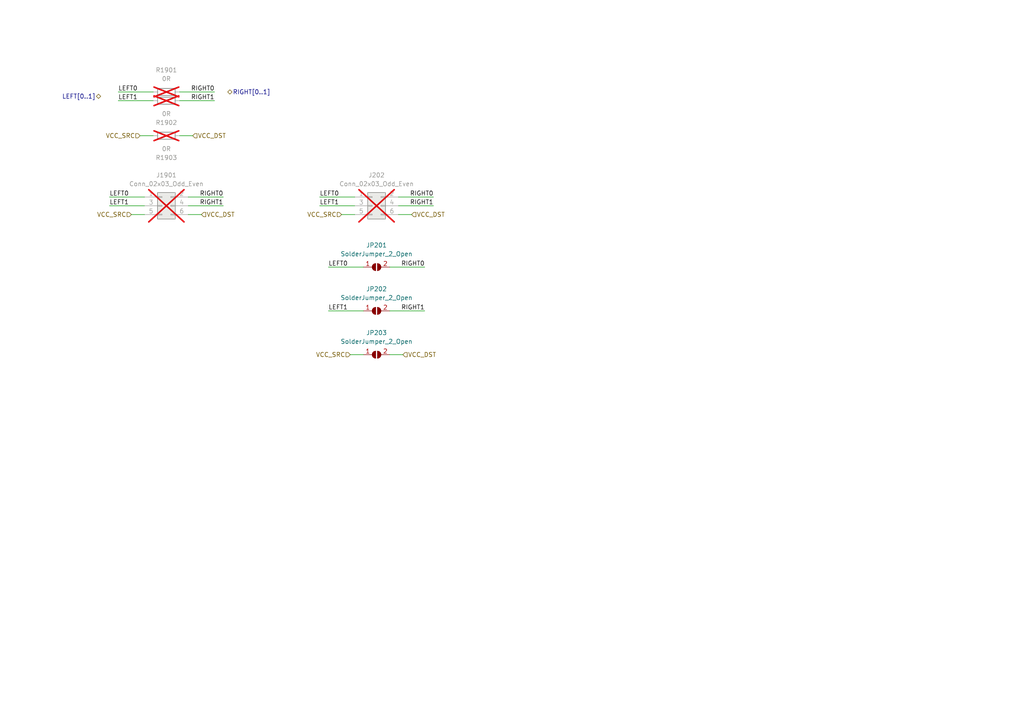
<source format=kicad_sch>
(kicad_sch (version 20231120) (generator "eeschema") (generator_version "8.0")
  (paper "A4")
  (lib_symbols
    (symbol "Connector_Generic:Conn_02x03_Odd_Even" (pin_names (offset 1.016) hide)
      (property "Reference" "J" (at 1.27 5.08 0))
      (property "Value" "Conn_02x03_Odd_Even" (at 1.27 -5.08 0))
      (symbol "Conn_02x03_Odd_Even_1_1"
        (rectangle (start -1.27 -2.413) (end 0 -2.667) (stroke (width 0.1524)))
        (rectangle (start -1.27 0.127) (end 0 -0.127) (stroke (width 0.1524)))
        (rectangle (start -1.27 2.667) (end 0 2.413) (stroke (width 0.1524)))
        (rectangle (start -1.27 3.81) (end 3.81 -3.81) (stroke (width 0.254)) (fill (type background)))
        (rectangle (start 3.81 -2.413) (end 2.54 -2.667) (stroke (width 0.1524)))
        (rectangle (start 3.81 0.127) (end 2.54 -0.127) (stroke (width 0.1524)))
        (rectangle (start 3.81 2.667) (end 2.54 2.413) (stroke (width 0.1524)))
        (pin passive line (at -5.08 2.54 0) (length 3.81) (name "Pin_1") (number "1"))
        (pin passive line (at 7.62 2.54 180) (length 3.81) (name "Pin_2") (number "2"))
        (pin passive line (at -5.08 0 0) (length 3.81) (name "Pin_3") (number "3"))
        (pin passive line (at 7.62 0 180) (length 3.81) (name "Pin_4") (number "4"))
        (pin passive line (at -5.08 -2.54 0) (length 3.81) (name "Pin_5") (number "5"))
        (pin passive line (at 7.62 -2.54 180) (length 3.81) (name "Pin_6") (number "6"))
      )
    )
    (symbol "Device:R" (pin_numbers hide) (pin_names (offset 0))
      (property "Reference" "R" (at 2.032 0 90))
      (property "Value" "R" (at 0 0 90))
      (symbol "R_0_1"
        (rectangle (start -1.016 -2.54) (end 1.016 2.54) (stroke (width 0.254)))
      )
      (symbol "R_1_1"
        (pin passive line (at 0 3.81 270) (length 1.27) (name "~") (number "1"))
        (pin passive line (at 0 -3.81 90) (length 1.27) (name "~") (number "2"))
      )
    )
    (symbol "Jumper:SolderJumper_2_Open" (pin_names (offset 0) hide)
      (property "Reference" "JP" (at 0 2.032 0))
      (property "Value" "SolderJumper_2_Open" (at 0 -2.54 0))
      (symbol "SolderJumper_2_Open_0_1"
        (arc (start -0.254 1.016) (mid -1.2656 0) (end -0.254 -1.016))
        (arc (start -0.254 1.016) (mid -1.2656 0) (end -0.254 -1.016) (fill (type outline)))
        (polyline (pts (xy -0.254 1.016) (xy -0.254 -1.016)))
        (polyline (pts (xy 0.254 1.016) (xy 0.254 -1.016)))
        (arc (start 0.254 -1.016) (mid 1.2656 0) (end 0.254 1.016))
        (arc (start 0.254 -1.016) (mid 1.2656 0) (end 0.254 1.016) (fill (type outline)))
      )
      (symbol "SolderJumper_2_Open_1_1"
        (pin passive line (at -3.81 0 0) (length 2.54) (name "A") (number "1"))
        (pin passive line (at 3.81 0 180) (length 2.54) (name "B") (number "2"))
      )
    )
  )
  (wire (pts (xy 123.19 77.47) (xy 113.03 77.47)))
  (wire (pts (xy 123.19 90.17) (xy 113.03 90.17)))
  (wire (pts (xy 31.75 57.15) (xy 41.91 57.15)))
  (wire (pts (xy 62.23 29.21) (xy 52.07 29.21)))
  (wire (pts (xy 64.77 59.69) (xy 54.61 59.69)))
  (wire (pts (xy 40.64 39.37) (xy 44.45 39.37)))
  (wire (pts (xy 125.73 57.15) (xy 115.57 57.15)))
  (wire (pts (xy 99.06 62.23) (xy 102.87 62.23)))
  (wire (pts (xy 101.6 102.87) (xy 105.41 102.87)))
  (wire (pts (xy 34.29 29.21) (xy 44.45 29.21)))
  (wire (pts (xy 119.38 62.23) (xy 115.57 62.23)))
  (wire (pts (xy 34.29 26.67) (xy 44.45 26.67)))
  (wire (pts (xy 38.1 62.23) (xy 41.91 62.23)))
  (wire (pts (xy 125.73 59.69) (xy 115.57 59.69)))
  (wire (pts (xy 116.84 102.87) (xy 113.03 102.87)))
  (wire (pts (xy 92.71 59.69) (xy 102.87 59.69)))
  (wire (pts (xy 55.88 39.37) (xy 52.07 39.37)))
  (wire (pts (xy 92.71 57.15) (xy 102.87 57.15)))
  (wire (pts (xy 95.25 77.47) (xy 105.41 77.47)))
  (wire (pts (xy 64.77 57.15) (xy 54.61 57.15)))
  (wire (pts (xy 95.25 90.17) (xy 105.41 90.17)))
  (wire (pts (xy 58.42 62.23) (xy 54.61 62.23)))
  (wire (pts (xy 31.75 59.69) (xy 41.91 59.69)))
  (wire (pts (xy 62.23 26.67) (xy 52.07 26.67)))
  (label "RIGHT1" (at 62.23 29.21 180))
  (label "LEFT0" (at 31.75 57.15 0))
  (label "RIGHT1" (at 125.73 59.69 180))
  (label "RIGHT0" (at 62.23 26.67 180))
  (label "LEFT0" (at 34.29 26.67 0))
  (label "LEFT0" (at 95.25 77.47 0))
  (label "LEFT0" (at 92.71 57.15 0))
  (label "LEFT1" (at 34.29 29.21 0))
  (label "RIGHT0" (at 123.19 77.47 180))
  (label "RIGHT1" (at 64.77 59.69 180))
  (label "RIGHT0" (at 125.73 57.15 180))
  (label "LEFT1" (at 92.71 59.69 0))
  (label "RIGHT1" (at 123.19 90.17 180))
  (label "LEFT1" (at 31.75 59.69 0))
  (label "LEFT1" (at 95.25 90.17 0))
  (label "RIGHT0" (at 64.77 57.15 180))
  (hierarchical_label "LEFT[0..1]" (shape bidirectional) (at 29.21 27.94 180))
  (hierarchical_label "VCC_SRC" (shape input) (at 101.6 102.87 180))
  (hierarchical_label "VCC_DST" (shape input) (at 58.42 62.23 0))
  (hierarchical_label "RIGHT[0..1]" (shape bidirectional) (at 66.04 26.67 0))
  (hierarchical_label "VCC_DST" (shape input) (at 119.38 62.23 0))
  (hierarchical_label "VCC_DST" (shape input) (at 116.84 102.87 0))
  (hierarchical_label "VCC_DST" (shape input) (at 55.88 39.37 0))
  (hierarchical_label "VCC_SRC" (shape input) (at 99.06 62.23 180))
  (hierarchical_label "VCC_SRC" (shape input) (at 38.1 62.23 180))
  (hierarchical_label "VCC_SRC" (shape input) (at 40.64 39.37 180))
  (symbol (lib_id "Device:R") (at 48.26 29.21 90) (mirror x) (unit 1) (exclude_from_sim yes) (in_bom no) (on_board no) (dnp yes)
    (property "Reference" "R1902" (at 48.26 35.56 90))
    (property "Value" "0R" (at 48.26 33.02 90))
    (property "Footprint" "Resistor_SMD:R_0805_2012Metric_Pad1.20x1.40mm_HandSolder" (effects (hide yes)))
    (property "Description" "Resistor" (effects (hide yes)))
    (property "OLI_ID" "0R_0805" (effects (hide yes)))
    (instances (project "xDuinoRail-Debug" (path "" (reference "R1902") (unit 1)) (path "" (reference "R602") (unit 1)) (path "" (reference "R202") (unit 1)) (path "" (reference "R1002") (unit 1))))
  )
  (symbol (lib_id "Connector_Generic:Conn_02x03_Odd_Even") (at 46.99 59.69 0) (unit 1) (exclude_from_sim yes) (in_bom no) (on_board no) (dnp yes)
    (property "Reference" "J1901" (at 48.26 50.8 0))
    (property "Value" "Conn_02x03_Odd_Even" (at 48.26 53.34 0))
    (property "Footprint" "Connector_PinHeader_2.54mm:PinHeader_2x03_P2.54mm_Vertical" (effects (hide yes)))
    (property "Description" "Generic connector, double row, 02x03, odd/even pin numbering scheme (row 1 odd numbers, row 2 even numbers), script generated (kicad-library-utils/schlib/autogen/connector/)" (effects (hide yes)))
    (instances (project "xDuinoRail-Debug" (path "" (reference "J1901") (unit 1)) (path "" (reference "J201") (unit 1)) (path "" (reference "J601") (unit 1)) (path "" (reference "J1001") (unit 1))))
  )
  (symbol (lib_id "Device:R") (at 48.26 39.37 90) (mirror x) (unit 1) (exclude_from_sim yes) (in_bom no) (on_board no) (dnp yes)
    (property "Reference" "R1903" (at 48.26 45.72 90))
    (property "Value" "0R" (at 48.26 43.18 90))
    (property "Footprint" "Resistor_SMD:R_0805_2012Metric_Pad1.20x1.40mm_HandSolder" (effects (hide yes)))
    (property "Description" "Resistor" (effects (hide yes)))
    (property "OLI_ID" "0R_0805" (effects (hide yes)))
    (instances (project "xDuinoRail-Debug" (path "" (reference "R1903") (unit 1)) (path "" (reference "R603") (unit 1)) (path "" (reference "R203") (unit 1)) (path "" (reference "R1003") (unit 1))))
  )
  (symbol (lib_id "Connector_Generic:Conn_02x03_Odd_Even") (at 107.95 59.69 0) (unit 1) (exclude_from_sim yes) (in_bom no) (on_board no) (dnp yes)
    (property "Reference" "J202" (at 109.22 50.8 0))
    (property "Value" "Conn_02x03_Odd_Even" (at 109.22 53.34 0))
    (property "Footprint" "Connector_PinHeader_2.54mm:PinHeader_2x03_P2.54mm_Vertical" (effects (hide yes)))
    (property "Description" "Generic connector, double row, 02x03, odd/even pin numbering scheme (row 1 odd numbers, row 2 even numbers), script generated (kicad-library-utils/schlib/autogen/connector/)" (effects (hide yes)))
    (instances (project "xDuinoRail-Debug" (path "" (reference "J202") (unit 1)) (path "" (reference "J602") (unit 1)) (path "" (reference "J1002") (unit 1)) (path "" (reference "J1902") (unit 1))))
  )
  (symbol (lib_id "Jumper:SolderJumper_2_Open") (at 109.22 77.47 0) (unit 1)
    (property "Reference" "JP201" (at 109.22 71.12 0))
    (property "Value" "SolderJumper_2_Open" (at 109.22 73.66 0))
    (property "Footprint" "Jumper:SolderJumper-2_P1.3mm_Open_RoundedPad1.0x1.5mm" (effects (hide yes)))
    (property "Description" "Solder Jumper, 2-pole, open" (effects (hide yes)))
    (instances (project "xDuinoRail-Debug" (path "" (reference "JP201") (unit 1)) (path "" (reference "JP601") (unit 1)) (path "" (reference "JP1001") (unit 1)) (path "" (reference "JP1901") (unit 1))))
  )
  (symbol (lib_id "Jumper:SolderJumper_2_Open") (at 109.22 90.17 0) (unit 1)
    (property "Reference" "JP202" (at 109.22 83.82 0))
    (property "Value" "SolderJumper_2_Open" (at 109.22 86.36 0))
    (property "Footprint" "Jumper:SolderJumper-2_P1.3mm_Open_RoundedPad1.0x1.5mm" (effects (hide yes)))
    (property "Description" "Solder Jumper, 2-pole, open" (effects (hide yes)))
    (instances (project "xDuinoRail-Debug" (path "" (reference "JP202") (unit 1)) (path "" (reference "JP602") (unit 1)) (path "" (reference "JP1002") (unit 1)) (path "" (reference "JP1902") (unit 1))))
  )
  (symbol (lib_id "Jumper:SolderJumper_2_Open") (at 109.22 102.87 0) (unit 1)
    (property "Reference" "JP203" (at 109.22 96.52 0))
    (property "Value" "SolderJumper_2_Open" (at 109.22 99.06 0))
    (property "Footprint" "Jumper:SolderJumper-2_P1.3mm_Open_RoundedPad1.0x1.5mm" (effects (hide yes)))
    (property "Description" "Solder Jumper, 2-pole, open" (effects (hide yes)))
    (instances (project "xDuinoRail-Debug" (path "" (reference "JP203") (unit 1)) (path "" (reference "JP603") (unit 1)) (path "" (reference "JP1003") (unit 1)) (path "" (reference "JP1903") (unit 1))))
  )
  (symbol (lib_id "Device:R") (at 48.26 26.67 90) (unit 1) (exclude_from_sim yes) (in_bom no) (on_board no) (dnp yes)
    (property "Reference" "R1901" (at 48.26 20.32 90))
    (property "Value" "0R" (at 48.26 22.86 90))
    (property "Footprint" "Resistor_SMD:R_0805_2012Metric_Pad1.20x1.40mm_HandSolder" (effects (hide yes)))
    (property "Description" "Resistor" (effects (hide yes)))
    (property "OLI_ID" "0R_0805" (effects (hide yes)))
    (instances (project "xDuinoRail-Debug" (path "" (reference "R1901") (unit 1)) (path "" (reference "R601") (unit 1)) (path "" (reference "R201") (unit 1)) (path "" (reference "R1001") (unit 1))))
  )
)
</source>
